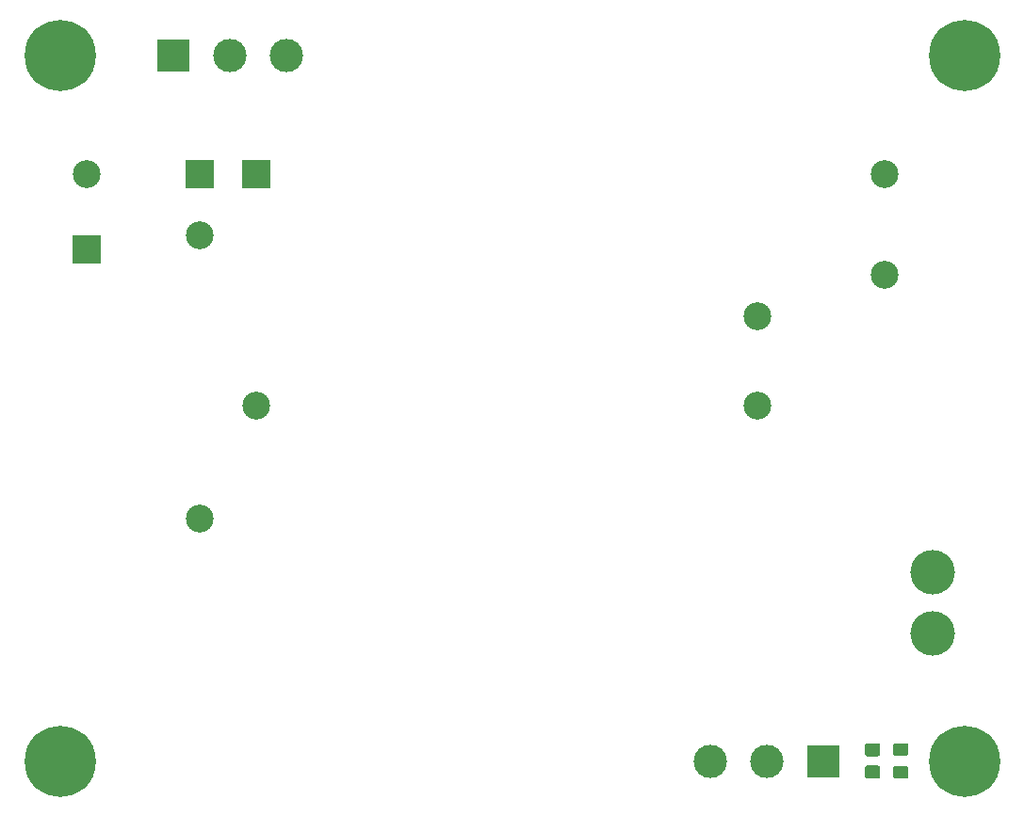
<source format=gbr>
G04 #@! TF.GenerationSoftware,KiCad,Pcbnew,(5.1.9)-1*
G04 #@! TF.CreationDate,2021-02-26T13:33:21+01:00*
G04 #@! TF.ProjectId,IoT12 Power Supply,496f5431-3220-4506-9f77-657220537570,rev?*
G04 #@! TF.SameCoordinates,Original*
G04 #@! TF.FileFunction,Soldermask,Top*
G04 #@! TF.FilePolarity,Negative*
%FSLAX46Y46*%
G04 Gerber Fmt 4.6, Leading zero omitted, Abs format (unit mm)*
G04 Created by KiCad (PCBNEW (5.1.9)-1) date 2021-02-26 13:33:21*
%MOMM*%
%LPD*%
G01*
G04 APERTURE LIST*
%ADD10R,2.500000X2.500000*%
%ADD11C,2.500000*%
%ADD12C,4.000000*%
%ADD13C,0.800000*%
%ADD14C,6.400000*%
%ADD15C,3.000000*%
%ADD16R,3.000000X3.000000*%
G04 APERTURE END LIST*
G36*
G01*
X185235001Y-121520000D02*
X184334999Y-121520000D01*
G75*
G02*
X184085000Y-121270001I0J249999D01*
G01*
X184085000Y-120569999D01*
G75*
G02*
X184334999Y-120320000I249999J0D01*
G01*
X185235001Y-120320000D01*
G75*
G02*
X185485000Y-120569999I0J-249999D01*
G01*
X185485000Y-121270001D01*
G75*
G02*
X185235001Y-121520000I-249999J0D01*
G01*
G37*
G36*
G01*
X185235001Y-123520000D02*
X184334999Y-123520000D01*
G75*
G02*
X184085000Y-123270001I0J249999D01*
G01*
X184085000Y-122569999D01*
G75*
G02*
X184334999Y-122320000I249999J0D01*
G01*
X185235001Y-122320000D01*
G75*
G02*
X185485000Y-122569999I0J-249999D01*
G01*
X185485000Y-123270001D01*
G75*
G02*
X185235001Y-123520000I-249999J0D01*
G01*
G37*
G36*
G01*
X187775001Y-121470000D02*
X186874999Y-121470000D01*
G75*
G02*
X186625000Y-121220001I0J249999D01*
G01*
X186625000Y-120569999D01*
G75*
G02*
X186874999Y-120320000I249999J0D01*
G01*
X187775001Y-120320000D01*
G75*
G02*
X188025000Y-120569999I0J-249999D01*
G01*
X188025000Y-121220001D01*
G75*
G02*
X187775001Y-121470000I-249999J0D01*
G01*
G37*
G36*
G01*
X187775001Y-123520000D02*
X186874999Y-123520000D01*
G75*
G02*
X186625000Y-123270001I0J249999D01*
G01*
X186625000Y-122619999D01*
G75*
G02*
X186874999Y-122370000I249999J0D01*
G01*
X187775001Y-122370000D01*
G75*
G02*
X188025000Y-122619999I0J-249999D01*
G01*
X188025000Y-123270001D01*
G75*
G02*
X187775001Y-123520000I-249999J0D01*
G01*
G37*
D10*
X129413000Y-69151500D03*
D11*
X174413000Y-81951500D03*
X129413000Y-89951500D03*
X174413000Y-89951500D03*
X124333000Y-74651500D03*
X185833000Y-78151500D03*
D10*
X124333000Y-69151500D03*
D11*
X185833000Y-69151500D03*
X124333000Y-100151500D03*
D12*
X190198400Y-104914200D03*
D11*
X114198400Y-69164200D03*
D12*
X190198400Y-110414200D03*
D10*
X114198400Y-75914200D03*
D13*
X113457056Y-120222944D03*
X111760000Y-119520000D03*
X110062944Y-120222944D03*
X109360000Y-121920000D03*
X110062944Y-123617056D03*
X111760000Y-124320000D03*
X113457056Y-123617056D03*
X114160000Y-121920000D03*
D14*
X111760000Y-121920000D03*
D13*
X113457056Y-56722944D03*
X111760000Y-56020000D03*
X110062944Y-56722944D03*
X109360000Y-58420000D03*
X110062944Y-60117056D03*
X111760000Y-60820000D03*
X113457056Y-60117056D03*
X114160000Y-58420000D03*
D14*
X111760000Y-58420000D03*
D13*
X194737056Y-120222944D03*
X193040000Y-119520000D03*
X191342944Y-120222944D03*
X190640000Y-121920000D03*
X191342944Y-123617056D03*
X193040000Y-124320000D03*
X194737056Y-123617056D03*
X195440000Y-121920000D03*
D14*
X193040000Y-121920000D03*
D13*
X194737056Y-56722944D03*
X193040000Y-56020000D03*
X191342944Y-56722944D03*
X190640000Y-58420000D03*
X191342944Y-60117056D03*
X193040000Y-60820000D03*
X194737056Y-60117056D03*
X195440000Y-58420000D03*
D14*
X193040000Y-58420000D03*
D15*
X170180000Y-121920000D03*
X175260000Y-121920000D03*
D16*
X180340000Y-121920000D03*
D15*
X132080000Y-58420000D03*
X127000000Y-58420000D03*
D16*
X121920000Y-58420000D03*
M02*

</source>
